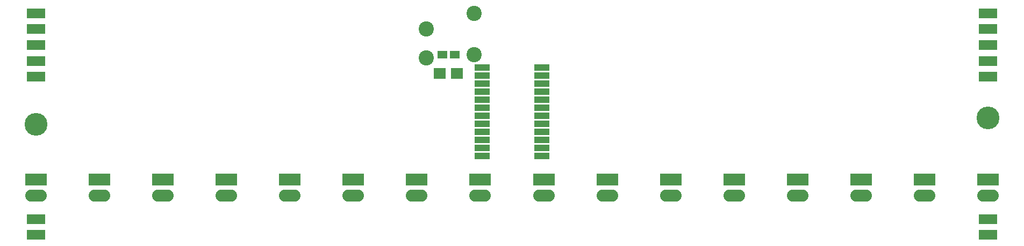
<source format=gbs>
G04 #@! TF.FileFunction,Soldermask,Bot*
%FSLAX46Y46*%
G04 Gerber Fmt 4.6, Leading zero omitted, Abs format (unit mm)*
G04 Created by KiCad (PCBNEW 4.0.7-e2-6376~58~ubuntu17.04.1) date Mon Nov 20 17:12:01 2017*
%MOMM*%
%LPD*%
G01*
G04 APERTURE LIST*
%ADD10C,0.100000*%
%ADD11R,2.900000X1.650000*%
%ADD12R,2.400000X1.000000*%
%ADD13R,1.900000X1.700000*%
%ADD14R,3.400000X1.900000*%
%ADD15O,3.400000X1.900000*%
%ADD16R,1.600000X1.150000*%
%ADD17C,2.398980*%
%ADD18C,3.600000*%
G04 APERTURE END LIST*
D10*
D11*
X212500000Y-42500000D03*
X212500000Y-72500000D03*
X212500000Y-50000000D03*
X212500000Y-47500000D03*
X62500000Y-45000000D03*
X212500000Y-75000000D03*
X62500000Y-40000000D03*
X62500000Y-42500000D03*
X62500000Y-72500000D03*
X62500000Y-50000000D03*
X62500000Y-47500000D03*
X212500000Y-45000000D03*
X62500000Y-75000000D03*
X212500000Y-40000000D03*
D12*
X142200000Y-48515000D03*
X142200000Y-49785000D03*
X142200000Y-51055000D03*
X142200000Y-52325000D03*
X142200000Y-53595000D03*
X142200000Y-54865000D03*
X142200000Y-56135000D03*
X142200000Y-57405000D03*
X142200000Y-58675000D03*
X142200000Y-59945000D03*
X142200000Y-61215000D03*
X142200000Y-62485000D03*
X132800000Y-62485000D03*
X132800000Y-61215000D03*
X132800000Y-59945000D03*
X132800000Y-58675000D03*
X132800000Y-57405000D03*
X132800000Y-56135000D03*
X132800000Y-54865000D03*
X132800000Y-53595000D03*
X132800000Y-52325000D03*
X132800000Y-51055000D03*
X132800000Y-49785000D03*
X132800000Y-48515000D03*
D13*
X128850000Y-49500000D03*
X126150000Y-49500000D03*
D14*
X62500000Y-66230000D03*
D15*
X62500000Y-68770000D03*
D14*
X72500000Y-66230000D03*
D15*
X72500000Y-68770000D03*
D14*
X82500000Y-66230000D03*
D15*
X82500000Y-68770000D03*
D14*
X92500000Y-66230000D03*
D15*
X92500000Y-68770000D03*
D14*
X102500000Y-66230000D03*
D15*
X102500000Y-68770000D03*
D14*
X112500000Y-66230000D03*
D15*
X112500000Y-68770000D03*
D14*
X122500000Y-66230000D03*
D15*
X122500000Y-68770000D03*
D14*
X132500000Y-66230000D03*
D15*
X132500000Y-68770000D03*
D14*
X142500000Y-66230000D03*
D15*
X142500000Y-68770000D03*
D14*
X152500000Y-66230000D03*
D15*
X152500000Y-68770000D03*
D14*
X162500000Y-66230000D03*
D15*
X162500000Y-68770000D03*
D14*
X172500000Y-66230000D03*
D15*
X172500000Y-68770000D03*
D14*
X182500000Y-66230000D03*
D15*
X182500000Y-68770000D03*
D14*
X192500000Y-66230000D03*
D15*
X192500000Y-68770000D03*
D14*
X202500000Y-66230000D03*
D15*
X202500000Y-68770000D03*
D14*
X212500000Y-66230000D03*
D15*
X212500000Y-68770000D03*
D16*
X128450000Y-46500000D03*
X126550000Y-46500000D03*
D17*
X131500000Y-40000000D03*
X124000000Y-42500000D03*
X124000000Y-47000000D03*
X131500000Y-46500000D03*
D18*
X212500000Y-56500000D03*
X62500000Y-57500000D03*
M02*

</source>
